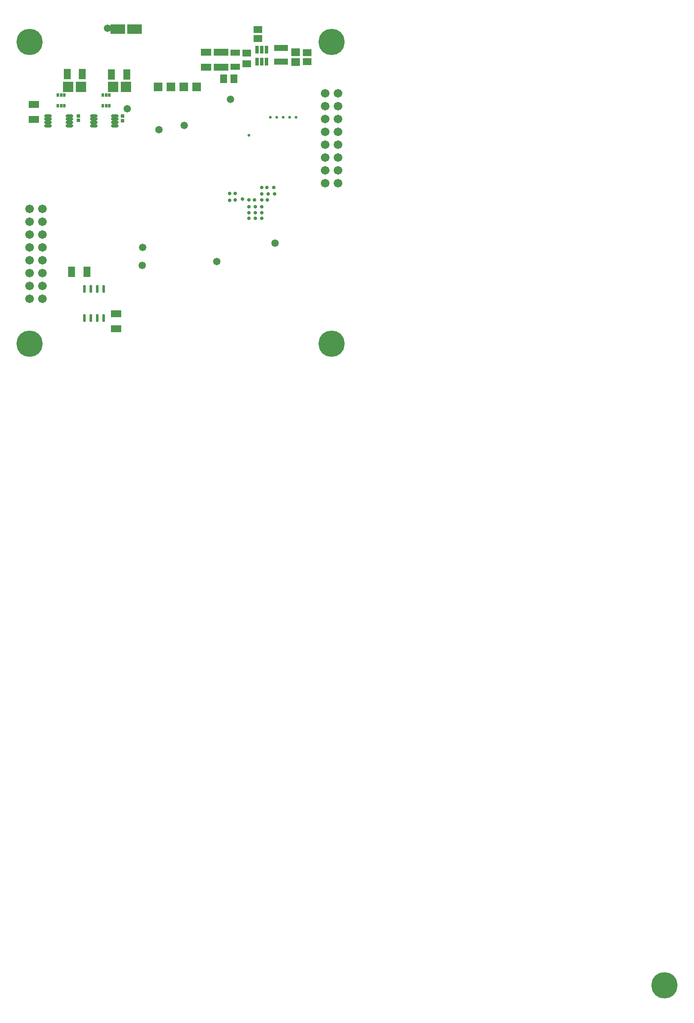
<source format=gbr>
%TF.GenerationSoftware,Altium Limited,Altium Designer,18.0.12 (696)*%
G04 Layer_Color=16711935*
%FSLAX26Y26*%
%MOIN*%
%TF.FileFunction,Soldermask,Bot*%
%TF.Part,Single*%
G01*
G75*
%TA.AperFunction,SMDPad,CuDef*%
%ADD83R,0.065087X0.053276*%
%ADD84R,0.067055X0.057213*%
%ADD86R,0.114299X0.053276*%
%ADD87R,0.078866X0.053276*%
%ADD90R,0.057213X0.067055*%
%ADD93R,0.029654X0.025716*%
%TA.AperFunction,ViaPad*%
%ADD96C,0.027685*%
%TA.AperFunction,ComponentPad*%
%ADD97R,0.078866X0.078866*%
%ADD98R,0.068000X0.068000*%
%ADD99C,0.067055*%
%TA.AperFunction,ViaPad*%
%ADD100C,0.204850*%
%ADD101C,0.058000*%
%ADD102C,0.021779*%
%TA.AperFunction,SMDPad,CuDef*%
%ADD105R,0.053276X0.078866*%
%ADD106R,0.118236X0.074929*%
%ADD107O,0.059181X0.025716*%
%ADD108R,0.074929X0.045402*%
%ADD109R,0.069024X0.061150*%
%ADD110R,0.110362X0.051307*%
%ADD111R,0.029654X0.059181*%
%ADD112O,0.021779X0.063118*%
%ADD113R,0.023748X0.031622*%
D83*
X2159000Y2195510D02*
D03*
Y2266376D02*
D03*
X1775000Y2445433D02*
D03*
Y2374567D02*
D03*
D84*
X1689000Y2262284D02*
D03*
Y2179606D02*
D03*
D86*
X1489000Y2151890D02*
D03*
Y2270000D02*
D03*
D87*
X32000Y1743945D02*
D03*
Y1862055D02*
D03*
X1371654Y2152166D02*
D03*
Y2270276D02*
D03*
X671000Y233056D02*
D03*
Y114946D02*
D03*
D90*
X1590338Y2060942D02*
D03*
X1507662D02*
D03*
D93*
X721000Y1771716D02*
D03*
Y1736283D02*
D03*
X379000Y1772716D02*
D03*
Y1737283D02*
D03*
D96*
X1805000Y975000D02*
D03*
X1755000D02*
D03*
X1705000D02*
D03*
X1600000Y1120000D02*
D03*
Y1170000D02*
D03*
X1555000Y1115000D02*
D03*
Y1170000D02*
D03*
X1655000Y1125000D02*
D03*
X1805000Y1215000D02*
D03*
X1845000D02*
D03*
X1900000D02*
D03*
X1905000Y1165000D02*
D03*
X1850000Y1120000D02*
D03*
X1855000Y1165000D02*
D03*
X1805000D02*
D03*
X1705000Y1120000D02*
D03*
X1750000D02*
D03*
X1805000D02*
D03*
Y1065000D02*
D03*
Y1020000D02*
D03*
X1705000D02*
D03*
Y1065000D02*
D03*
X1755000D02*
D03*
Y1020000D02*
D03*
D97*
X300000Y2000000D02*
D03*
X400000D02*
D03*
X750000D02*
D03*
X650000D02*
D03*
D98*
X1300000D02*
D03*
X1200000D02*
D03*
X1100000D02*
D03*
X1000000D02*
D03*
D99*
X2400000Y1950000D02*
D03*
Y1850000D02*
D03*
Y1750000D02*
D03*
Y1650000D02*
D03*
Y1550000D02*
D03*
X2300000Y1950000D02*
D03*
Y1850000D02*
D03*
Y1750000D02*
D03*
Y1650000D02*
D03*
Y1550000D02*
D03*
X2400000Y1450000D02*
D03*
Y1350000D02*
D03*
Y1250000D02*
D03*
X2300000Y1450000D02*
D03*
Y1350000D02*
D03*
Y1250000D02*
D03*
X100000Y1050000D02*
D03*
Y950000D02*
D03*
Y850000D02*
D03*
Y750000D02*
D03*
Y650000D02*
D03*
X0Y1050000D02*
D03*
Y950000D02*
D03*
Y850000D02*
D03*
Y750000D02*
D03*
Y650000D02*
D03*
X100000Y550000D02*
D03*
Y450000D02*
D03*
Y350000D02*
D03*
X0Y550000D02*
D03*
Y450000D02*
D03*
Y350000D02*
D03*
D100*
X4938544Y-4999140D02*
D03*
X0Y0D02*
D03*
X2350000D02*
D03*
X0Y2350000D02*
D03*
X2350000D02*
D03*
D101*
X1457000Y639000D02*
D03*
X1909000Y783000D02*
D03*
X1005000Y1664000D02*
D03*
X1201000Y1700000D02*
D03*
X1562000Y1901000D02*
D03*
X877000Y609000D02*
D03*
X878000Y749000D02*
D03*
X759000Y1829000D02*
D03*
X605000Y2455000D02*
D03*
D102*
X1705000Y1621000D02*
D03*
X1873000Y1761000D02*
D03*
X1923000D02*
D03*
X1973000D02*
D03*
X2023000D02*
D03*
X2073000D02*
D03*
D105*
X409055Y2100000D02*
D03*
X290945D02*
D03*
X754055Y2095000D02*
D03*
X635945D02*
D03*
X326944Y559000D02*
D03*
X445054D02*
D03*
D106*
X813976Y2450000D02*
D03*
X686024D02*
D03*
D107*
X142323Y1696614D02*
D03*
Y1722205D02*
D03*
Y1747795D02*
D03*
Y1773386D02*
D03*
X307677Y1696614D02*
D03*
Y1722205D02*
D03*
Y1747795D02*
D03*
Y1773386D02*
D03*
X497323Y1696614D02*
D03*
Y1722205D02*
D03*
Y1747795D02*
D03*
Y1773386D02*
D03*
X662677Y1696614D02*
D03*
Y1722205D02*
D03*
Y1747795D02*
D03*
Y1773386D02*
D03*
D108*
X1599000Y2155824D02*
D03*
Y2266062D02*
D03*
D109*
X2069000Y2191574D02*
D03*
Y2270314D02*
D03*
D110*
X1954330Y2302756D02*
D03*
Y2196456D02*
D03*
D111*
X1842150Y2289604D02*
D03*
X1804748D02*
D03*
X1767346D02*
D03*
Y2195116D02*
D03*
X1804748D02*
D03*
X1842150D02*
D03*
D112*
X575236Y197898D02*
D03*
X525236D02*
D03*
X475236D02*
D03*
X425236D02*
D03*
X575236Y424276D02*
D03*
X525236D02*
D03*
X475236D02*
D03*
X425236D02*
D03*
D113*
X620591Y1853661D02*
D03*
X595000D02*
D03*
X569409D02*
D03*
Y1936339D02*
D03*
X595000D02*
D03*
X620591D02*
D03*
X270591Y1853661D02*
D03*
X245000D02*
D03*
X219410D02*
D03*
Y1936339D02*
D03*
X245000D02*
D03*
X270591D02*
D03*
%TF.MD5,43aea2ab4c2baa88d2a3dceceb29607e*%
M02*

</source>
